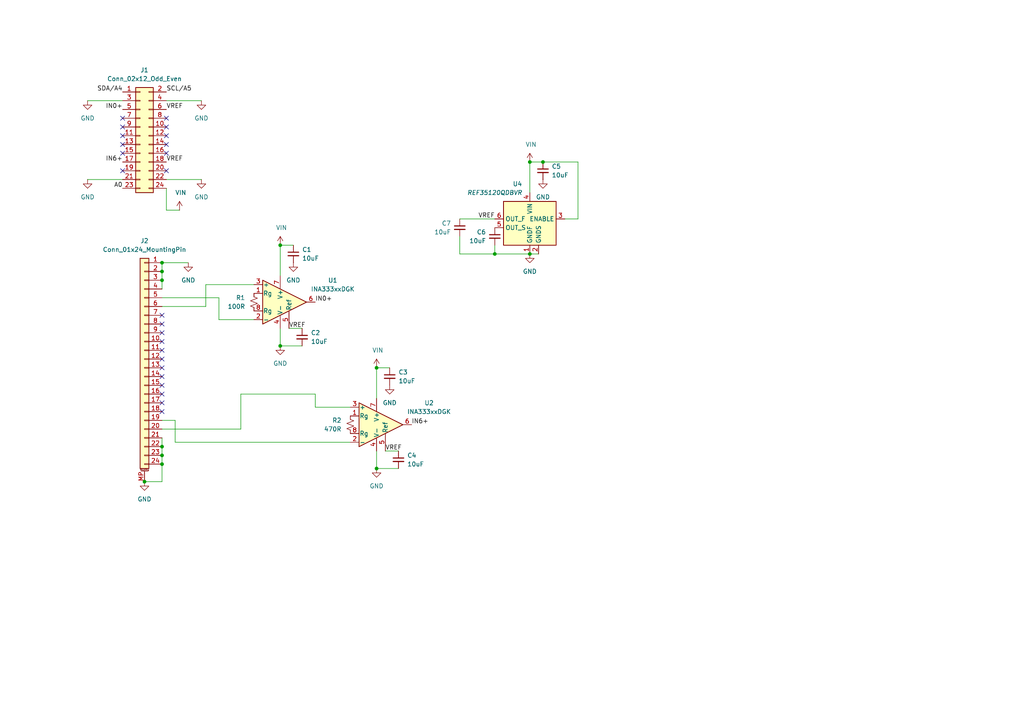
<source format=kicad_sch>
(kicad_sch (version 20240602) (generator "eeschema") (generator_version "8.99")
  (paper "A4")
  (lib_symbols
    (symbol "+5V_1" (power) (pin_numbers hide) (pin_names (offset 0) hide)
      (property "Value" "+5V" (at 0 3.556 0))
      (symbol "+5V_1_0_1"
        (polyline (pts (xy -0.762 1.27) (xy 0 2.54)))
        (polyline (pts (xy 0 2.54) (xy 0.762 1.27)))
        (polyline (pts (xy 0 0) (xy 0 2.54)))
      )
      (symbol "+5V_1_1_1"
        (pin power_in line (at 0 0 90) (length 0) (name "~") (number "1"))
      )
    )
    (symbol "Amplifier_Instrumentation:INA333xxDGK" (pin_names (offset 0.127))
      (property "Reference" "U" (at 3.81 3.175 0))
      (property "Value" "INA333xxDGK" (at 3.81 -3.175 0))
      (symbol "INA333xxDGK_0_1"
        (polyline (pts (xy 7.62 0) (xy -5.08 6.35) (xy -5.08 -6.35) (xy 7.62 0)) (stroke (width 0.254)) (fill (type background)))
      )
      (symbol "INA333xxDGK_1_1"
        (pin input line (at -7.62 5.08 0) (length 2.54) (name "+") (number "3"))
        (pin passive line (at -7.62 2.54 0) (length 2.54) (name "Rg") (number "1"))
        (pin passive line (at -7.62 -2.54 0) (length 2.54) (name "Rg") (number "8"))
        (pin input line (at -7.62 -5.08 0) (length 2.54) (name "-") (number "2"))
        (pin power_in line (at 0 7.62 270) (length 3.81) (name "V+") (number "7"))
        (pin power_in line (at 0 -7.62 90) (length 3.81) (name "V-") (number "4"))
        (pin input line (at 2.54 -7.62 90) (length 5.08) (name "Ref") (number "5"))
        (pin output line (at 10.16 0 180) (length 2.54) (name "~") (number "6"))
      )
    )
    (symbol "Connector_Generic:Conn_02x12_Odd_Even" (pin_names (offset 1.016) hide)
      (property "Reference" "J" (at 1.27 15.24 0))
      (property "Value" "Conn_02x12_Odd_Even" (at 1.27 -17.78 0))
      (symbol "Conn_02x12_Odd_Even_1_1"
        (rectangle (start -1.27 13.97) (end 3.81 -16.51) (stroke (width 0.254)) (fill (type background)))
        (rectangle (start -1.27 12.827) (end 0 12.573) (stroke (width 0.1524)))
        (rectangle (start -1.27 10.287) (end 0 10.033) (stroke (width 0.1524)))
        (rectangle (start -1.27 7.747) (end 0 7.493) (stroke (width 0.1524)))
        (rectangle (start -1.27 5.207) (end 0 4.953) (stroke (width 0.1524)))
        (rectangle (start -1.27 2.667) (end 0 2.413) (stroke (width 0.1524)))
        (rectangle (start -1.27 0.127) (end 0 -0.127) (stroke (width 0.1524)))
        (rectangle (start -1.27 -2.413) (end 0 -2.667) (stroke (width 0.1524)))
        (rectangle (start -1.27 -4.953) (end 0 -5.207) (stroke (width 0.1524)))
        (rectangle (start -1.27 -7.493) (end 0 -7.747) (stroke (width 0.1524)))
        (rectangle (start -1.27 -10.033) (end 0 -10.287) (stroke (width 0.1524)))
        (rectangle (start -1.27 -12.573) (end 0 -12.827) (stroke (width 0.1524)))
        (rectangle (start -1.27 -15.113) (end 0 -15.367) (stroke (width 0.1524)))
        (rectangle (start 3.81 12.827) (end 2.54 12.573) (stroke (width 0.1524)))
        (rectangle (start 3.81 10.287) (end 2.54 10.033) (stroke (width 0.1524)))
        (rectangle (start 3.81 7.747) (end 2.54 7.493) (stroke (width 0.1524)))
        (rectangle (start 3.81 5.207) (end 2.54 4.953) (stroke (width 0.1524)))
        (rectangle (start 3.81 2.667) (end 2.54 2.413) (stroke (width 0.1524)))
        (rectangle (start 3.81 0.127) (end 2.54 -0.127) (stroke (width 0.1524)))
        (rectangle (start 3.81 -2.413) (end 2.54 -2.667) (stroke (width 0.1524)))
        (rectangle (start 3.81 -4.953) (end 2.54 -5.207) (stroke (width 0.1524)))
        (rectangle (start 3.81 -7.493) (end 2.54 -7.747) (stroke (width 0.1524)))
        (rectangle (start 3.81 -10.033) (end 2.54 -10.287) (stroke (width 0.1524)))
        (rectangle (start 3.81 -12.573) (end 2.54 -12.827) (stroke (width 0.1524)))
        (rectangle (start 3.81 -15.113) (end 2.54 -15.367) (stroke (width 0.1524)))
        (pin passive line (at -5.08 12.7 0) (length 3.81) (name "Pin_1") (number "1"))
        (pin passive line (at -5.08 10.16 0) (length 3.81) (name "Pin_3") (number "3"))
        (pin passive line (at -5.08 7.62 0) (length 3.81) (name "Pin_5") (number "5"))
        (pin passive line (at -5.08 5.08 0) (length 3.81) (name "Pin_7") (number "7"))
        (pin passive line (at -5.08 2.54 0) (length 3.81) (name "Pin_9") (number "9"))
        (pin passive line (at -5.08 0 0) (length 3.81) (name "Pin_11") (number "11"))
        (pin passive line (at -5.08 -2.54 0) (length 3.81) (name "Pin_13") (number "13"))
        (pin passive line (at -5.08 -5.08 0) (length 3.81) (name "Pin_15") (number "15"))
        (pin passive line (at -5.08 -7.62 0) (length 3.81) (name "Pin_17") (number "17"))
        (pin passive line (at -5.08 -10.16 0) (length 3.81) (name "Pin_19") (number "19"))
        (pin passive line (at -5.08 -12.7 0) (length 3.81) (name "Pin_21") (number "21"))
        (pin passive line (at -5.08 -15.24 0) (length 3.81) (name "Pin_23") (number "23"))
        (pin passive line (at 7.62 12.7 180) (length 3.81) (name "Pin_2") (number "2"))
        (pin passive line (at 7.62 10.16 180) (length 3.81) (name "Pin_4") (number "4"))
        (pin passive line (at 7.62 7.62 180) (length 3.81) (name "Pin_6") (number "6"))
        (pin passive line (at 7.62 5.08 180) (length 3.81) (name "Pin_8") (number "8"))
        (pin passive line (at 7.62 2.54 180) (length 3.81) (name "Pin_10") (number "10"))
        (pin passive line (at 7.62 0 180) (length 3.81) (name "Pin_12") (number "12"))
        (pin passive line (at 7.62 -2.54 180) (length 3.81) (name "Pin_14") (number "14"))
        (pin passive line (at 7.62 -5.08 180) (length 3.81) (name "Pin_16") (number "16"))
        (pin passive line (at 7.62 -7.62 180) (length 3.81) (name "Pin_18") (number "18"))
        (pin passive line (at 7.62 -10.16 180) (length 3.81) (name "Pin_20") (number "20"))
        (pin passive line (at 7.62 -12.7 180) (length 3.81) (name "Pin_22") (number "22"))
        (pin passive line (at 7.62 -15.24 180) (length 3.81) (name "Pin_24") (number "24"))
      )
    )
    (symbol "Connector_Generic_MountingPin:Conn_01x24_MountingPin" (pin_names (offset 1.016) hide)
      (property "Reference" "J" (at 0 30.48 0))
      (property "Value" "Conn_01x24_MountingPin" (at 1.27 -33.02 0))
      (symbol "Conn_01x24_MountingPin_1_1"
        (rectangle (start -1.27 29.21) (end 1.27 -31.75) (stroke (width 0.254)) (fill (type background)))
        (rectangle (start -1.27 28.067) (end 0 27.813) (stroke (width 0.1524)))
        (rectangle (start -1.27 25.527) (end 0 25.273) (stroke (width 0.1524)))
        (rectangle (start -1.27 22.987) (end 0 22.733) (stroke (width 0.1524)))
        (rectangle (start -1.27 20.447) (end 0 20.193) (stroke (width 0.1524)))
        (rectangle (start -1.27 17.907) (end 0 17.653) (stroke (width 0.1524)))
        (rectangle (start -1.27 15.367) (end 0 15.113) (stroke (width 0.1524)))
        (rectangle (start -1.27 12.827) (end 0 12.573) (stroke (width 0.1524)))
        (rectangle (start -1.27 10.287) (end 0 10.033) (stroke (width 0.1524)))
        (rectangle (start -1.27 7.747) (end 0 7.493) (stroke (width 0.1524)))
        (rectangle (start -1.27 5.207) (end 0 4.953) (stroke (width 0.1524)))
        (rectangle (start -1.27 2.667) (end 0 2.413) (stroke (width 0.1524)))
        (rectangle (start -1.27 0.127) (end 0 -0.127) (stroke (width 0.1524)))
        (rectangle (start -1.27 -2.413) (end 0 -2.667) (stroke (width 0.1524)))
        (rectangle (start -1.27 -4.953) (end 0 -5.207) (stroke (width 0.1524)))
        (rectangle (start -1.27 -7.493) (end 0 -7.747) (stroke (width 0.1524)))
        (rectangle (start -1.27 -10.033) (end 0 -10.287) (stroke (width 0.1524)))
        (rectangle (start -1.27 -12.573) (end 0 -12.827) (stroke (width 0.1524)))
        (rectangle (start -1.27 -15.113) (end 0 -15.367) (stroke (width 0.1524)))
        (rectangle (start -1.27 -17.653) (end 0 -17.907) (stroke (width 0.1524)))
        (rectangle (start -1.27 -20.193) (end 0 -20.447) (stroke (width 0.1524)))
        (rectangle (start -1.27 -22.733) (end 0 -22.987) (stroke (width 0.1524)))
        (rectangle (start -1.27 -25.273) (end 0 -25.527) (stroke (width 0.1524)))
        (rectangle (start -1.27 -27.813) (end 0 -28.067) (stroke (width 0.1524)))
        (rectangle (start -1.27 -30.353) (end 0 -30.607) (stroke (width 0.1524)))
        (polyline (pts (xy -1.016 -32.512) (xy 1.016 -32.512)) (stroke (width 0.1524)))
        (text "Mounting" (at 0 -32.131 0) (effects (font (size 0.381 0.381))))
        (pin passive line (at -5.08 27.94 0) (length 3.81) (name "Pin_1") (number "1"))
        (pin passive line (at -5.08 25.4 0) (length 3.81) (name "Pin_2") (number "2"))
        (pin passive line (at -5.08 22.86 0) (length 3.81) (name "Pin_3") (number "3"))
        (pin passive line (at -5.08 20.32 0) (length 3.81) (name "Pin_4") (number "4"))
        (pin passive line (at -5.08 17.78 0) (length 3.81) (name "Pin_5") (number "5"))
        (pin passive line (at -5.08 15.24 0) (length 3.81) (name "Pin_6") (number "6"))
        (pin passive line (at -5.08 12.7 0) (length 3.81) (name "Pin_7") (number "7"))
        (pin passive line (at -5.08 10.16 0) (length 3.81) (name "Pin_8") (number "8"))
        (pin passive line (at -5.08 7.62 0) (length 3.81) (name "Pin_9") (number "9"))
        (pin passive line (at -5.08 5.08 0) (length 3.81) (name "Pin_10") (number "10"))
        (pin passive line (at -5.08 2.54 0) (length 3.81) (name "Pin_11") (number "11"))
        (pin passive line (at -5.08 0 0) (length 3.81) (name "Pin_12") (number "12"))
        (pin passive line (at -5.08 -2.54 0) (length 3.81) (name "Pin_13") (number "13"))
        (pin passive line (at -5.08 -5.08 0) (length 3.81) (name "Pin_14") (number "14"))
        (pin passive line (at -5.08 -7.62 0) (length 3.81) (name "Pin_15") (number "15"))
        (pin passive line (at -5.08 -10.16 0) (length 3.81) (name "Pin_16") (number "16"))
        (pin passive line (at -5.08 -12.7 0) (length 3.81) (name "Pin_17") (number "17"))
        (pin passive line (at -5.08 -15.24 0) (length 3.81) (name "Pin_18") (number "18"))
        (pin passive line (at -5.08 -17.78 0) (length 3.81) (name "Pin_19") (number "19"))
        (pin passive line (at -5.08 -20.32 0) (length 3.81) (name "Pin_20") (number "20"))
        (pin passive line (at -5.08 -22.86 0) (length 3.81) (name "Pin_21") (number "21"))
        (pin passive line (at -5.08 -25.4 0) (length 3.81) (name "Pin_22") (number "22"))
        (pin passive line (at -5.08 -27.94 0) (length 3.81) (name "Pin_23") (number "23"))
        (pin passive line (at -5.08 -30.48 0) (length 3.81) (name "Pin_24") (number "24"))
        (pin passive line (at 0 -35.56 90) (length 3.048) (name "MountPin") (number "MP"))
      )
    )
    (symbol "Device:C_Small" (pin_numbers hide) (pin_names (offset 0.254) hide)
      (property "Reference" "C" (at 0.254 1.778 0))
      (property "Value" "C_Small" (at 0.254 -2.032 0))
      (symbol "C_Small_0_1"
        (polyline (pts (xy -1.524 0.508) (xy 1.524 0.508)) (stroke (width 0.3048)))
        (polyline (pts (xy -1.524 -0.508) (xy 1.524 -0.508)) (stroke (width 0.3302)))
      )
      (symbol "C_Small_1_1"
        (pin passive line (at 0 2.54 270) (length 2.032) (name "~") (number "1"))
        (pin passive line (at 0 -2.54 90) (length 2.032) (name "~") (number "2"))
      )
    )
    (symbol "Device:R_Small_US" (pin_numbers hide) (pin_names (offset 0.254) hide)
      (property "Reference" "R" (at 0.762 0.508 0))
      (property "Value" "R_Small_US" (at 0.762 -1.016 0))
      (symbol "R_Small_US_1_1"
        (polyline (pts (xy 0 1.524) (xy 1.016 1.143) (xy 0 0.762) (xy -1.016 0.381) (xy 0 0)))
        (polyline (pts (xy 0 0) (xy 1.016 -0.381) (xy 0 -0.762) (xy -1.016 -1.143) (xy 0 -1.524)))
        (pin passive line (at 0 2.54 270) (length 1.016) (name "~") (number "1"))
        (pin passive line (at 0 -2.54 90) (length 1.016) (name "~") (number "2"))
      )
    )
    (symbol "GND_1" (power) (pin_numbers hide) (pin_names (offset 0) hide)
      (property "Value" "GND" (at 0 -3.81 0))
      (symbol "GND_1_0_1"
        (polyline (pts (xy 0 0) (xy 0 -1.27) (xy 1.27 -1.27) (xy 0 -2.54) (xy -1.27 -1.27) (xy 0 -1.27)))
      )
      (symbol "GND_1_1_1"
        (pin power_in line (at 0 0 270) (length 0) (name "~") (number "1"))
      )
    )
    (symbol "Reference_Voltage:REF3212AMDBVREP"
      (property "Reference" "U" (at 1.27 8.89 0))
      (property "Value" "REF3212AMDBVREP" (at 1.27 6.35 0))
      (symbol "REF3212AMDBVREP_0_1"
        (rectangle (start -7.62 5.08) (end 7.62 -7.62) (stroke (width 0.254)) (fill (type background)))
      )
      (symbol "REF3212AMDBVREP_1_1"
        (pin input line (at -10.16 0 0) (length 2.54) (name "ENABLE") (number "3"))
        (pin input line (at -2.54 -10.16 90) (length 2.54) (name "GNDS") (number "2"))
        (pin power_in line (at 0 7.62 270) (length 2.54) (name "VIN") (number "4"))
        (pin power_in line (at 0 -10.16 90) (length 2.54) (name "GNDF") (number "1"))
        (pin output line (at 10.16 0 180) (length 2.54) (name "OUT_F") (number "6"))
        (pin input line (at 10.16 -2.54 180) (length 2.54) (name "OUT_S") (number "5"))
      )
    )
    (symbol "power:GND" (power) (pin_numbers hide) (pin_names (offset 0) hide)
      (property "Value" "GND" (at 0 -3.81 0))
      (symbol "GND_0_1"
        (polyline (pts (xy 0 0) (xy 0 -1.27) (xy 1.27 -1.27) (xy 0 -2.54) (xy -1.27 -1.27) (xy 0 -1.27)))
      )
      (symbol "GND_1_1"
        (pin power_in line (at 0 0 270) (length 0) (name "~") (number "1"))
      )
    )
  )
  (junction (at 46.99 134.62))
  (junction (at 81.28 100.33))
  (junction (at 109.22 135.89))
  (junction (at 46.99 78.74))
  (junction (at 46.99 76.2))
  (junction (at 157.48 46.99))
  (junction (at 46.99 81.28))
  (junction (at 143.51 73.66))
  (junction (at 153.67 73.66))
  (junction (at 46.99 132.08))
  (junction (at 46.99 129.54))
  (junction (at 153.67 46.99))
  (junction (at 41.91 139.7))
  (junction (at 109.22 106.68))
  (junction (at 81.28 71.12))
  (no_connect (at 46.99 104.14))
  (no_connect (at 46.99 116.84))
  (no_connect (at 46.99 93.98))
  (no_connect (at 48.26 39.37))
  (no_connect (at 46.99 111.76))
  (no_connect (at 46.99 109.22))
  (no_connect (at 48.26 49.53))
  (no_connect (at 46.99 106.68))
  (no_connect (at 35.56 34.29))
  (no_connect (at 35.56 44.45))
  (no_connect (at 46.99 99.06))
  (no_connect (at 35.56 49.53))
  (no_connect (at 35.56 41.91))
  (no_connect (at 48.26 44.45))
  (no_connect (at 48.26 36.83))
  (no_connect (at 46.99 119.38))
  (no_connect (at 35.56 39.37))
  (no_connect (at 46.99 101.6))
  (no_connect (at 46.99 91.44))
  (no_connect (at 46.99 96.52))
  (no_connect (at 46.99 114.3))
  (no_connect (at 48.26 41.91))
  (no_connect (at 35.56 36.83))
  (no_connect (at 48.26 34.29))
  (wire (pts (xy 48.26 52.07) (xy 58.42 52.07)))
  (wire (pts (xy 50.8 128.27) (xy 50.8 121.92)))
  (wire (pts (xy 35.56 29.21) (xy 25.4 29.21)))
  (wire (pts (xy 133.35 63.5) (xy 143.51 63.5)))
  (wire (pts (xy 167.64 46.99) (xy 167.64 63.5)))
  (wire (pts (xy 69.85 114.3) (xy 91.44 114.3)))
  (wire (pts (xy 59.69 82.55) (xy 59.69 88.9)))
  (wire (pts (xy 46.99 76.2) (xy 46.99 78.74)))
  (wire (pts (xy 167.64 63.5) (xy 163.83 63.5)))
  (wire (pts (xy 91.44 118.11) (xy 101.6 118.11)))
  (wire (pts (xy 35.56 52.07) (xy 25.4 52.07)))
  (wire (pts (xy 63.5 86.36) (xy 63.5 92.71)))
  (wire (pts (xy 46.99 139.7) (xy 46.99 134.62)))
  (wire (pts (xy 143.51 71.12) (xy 143.51 73.66)))
  (wire (pts (xy 48.26 60.96) (xy 48.26 54.61)))
  (wire (pts (xy 48.26 29.21) (xy 58.42 29.21)))
  (wire (pts (xy 52.07 60.96) (xy 48.26 60.96)))
  (wire (pts (xy 143.51 73.66) (xy 133.35 73.66)))
  (wire (pts (xy 81.28 71.12) (xy 81.28 80.01)))
  (wire (pts (xy 153.67 46.99) (xy 153.67 55.88)))
  (wire (pts (xy 109.22 135.89) (xy 109.22 130.81)))
  (wire (pts (xy 46.99 76.2) (xy 54.61 76.2)))
  (wire (pts (xy 81.28 100.33) (xy 87.63 100.33)))
  (wire (pts (xy 50.8 128.27) (xy 101.6 128.27)))
  (wire (pts (xy 46.99 81.28) (xy 46.99 83.82)))
  (wire (pts (xy 109.22 106.68) (xy 113.03 106.68)))
  (wire (pts (xy 91.44 114.3) (xy 91.44 118.11)))
  (wire (pts (xy 157.48 46.99) (xy 167.64 46.99)))
  (wire (pts (xy 41.91 139.7) (xy 46.99 139.7)))
  (wire (pts (xy 133.35 73.66) (xy 133.35 68.58)))
  (wire (pts (xy 111.76 130.81) (xy 115.57 130.81)))
  (wire (pts (xy 69.85 124.46) (xy 69.85 114.3)))
  (wire (pts (xy 46.99 132.08) (xy 46.99 129.54)))
  (wire (pts (xy 109.22 106.68) (xy 109.22 115.57)))
  (wire (pts (xy 83.82 95.25) (xy 87.63 95.25)))
  (wire (pts (xy 46.99 86.36) (xy 63.5 86.36)))
  (wire (pts (xy 59.69 88.9) (xy 46.99 88.9)))
  (wire (pts (xy 59.69 82.55) (xy 73.66 82.55)))
  (wire (pts (xy 153.67 73.66) (xy 156.21 73.66)))
  (wire (pts (xy 81.28 100.33) (xy 81.28 95.25)))
  (wire (pts (xy 143.51 73.66) (xy 153.67 73.66)))
  (wire (pts (xy 153.67 46.99) (xy 157.48 46.99)))
  (wire (pts (xy 109.22 135.89) (xy 115.57 135.89)))
  (wire (pts (xy 50.8 121.92) (xy 46.99 121.92)))
  (wire (pts (xy 46.99 129.54) (xy 46.99 127)))
  (wire (pts (xy 63.5 92.71) (xy 73.66 92.71)))
  (wire (pts (xy 81.28 71.12) (xy 85.09 71.12)))
  (wire (pts (xy 46.99 124.46) (xy 69.85 124.46)))
  (wire (pts (xy 46.99 134.62) (xy 46.99 132.08)))
  (wire (pts (xy 46.99 78.74) (xy 46.99 81.28)))
  (label "IN0+" (at 35.56 31.75 180))
  (label "VREF" (at 83.82 95.25 0))
  (label "VREF" (at 48.26 31.75 0))
  (label "VREF" (at 48.26 46.99 0))
  (label "IN0+" (at 91.44 87.63 0))
  (label "SCL{slash}A5" (at 48.26 26.67 0))
  (label "SDA{slash}A4" (at 35.56 26.67 180))
  (label "IN6+" (at 119.38 123.19 0))
  (label "IN6+" (at 35.56 46.99 180))
  (label "VREF" (at 111.76 130.81 0))
  (label "VREF" (at 143.51 63.5 180))
  (label "A0" (at 35.56 54.61 180))
  (symbol (lib_id "Connector_Generic:Conn_02x12_Odd_Even") (at 40.64 39.37 0) (unit 1)
    (property "Reference" "J1" (at 41.91 20.32 0))
    (property "Value" "Conn_02x12_Odd_Even" (at 41.91 22.86 0))
    (property "Footprint" "Connector_PinHeader_2.54mm:PinHeader_2x12_P2.54mm_Horizontal" (effects (hide yes)))
    (property "Description" "Generic connector, double row, 02x12, odd/even pin numbering scheme (row 1 odd numbers, row 2 even numbers), script generated (kicad-library-utils/schlib/autogen/connector/)" (effects (hide yes)))
    (property "LCSC" "C5383094" (effects (hide yes)))
  )
  (symbol (lib_name "GND_1") (lib_id "power:GND") (at 41.91 139.7 0) (unit 1)
    (property "Reference" "#PWR06" (effects (hide yes)))
    (property "Value" "GND" (at 41.91 144.78 0))
    (property "Description" "Power symbol creates a global label with name \"GND\" , ground" (effects (hide yes)))
  )
  (symbol (lib_id "Connector_Generic_MountingPin:Conn_01x24_MountingPin") (at 41.91 104.14 0) (mirror y) (unit 1)
    (property "Reference" "J2" (at 41.91 69.85 0))
    (property "Value" "Conn_01x24_MountingPin" (at 41.91 72.39 0))
    (property "Footprint" "hlord2000-Connector_FFC-FPC:0.5K-AS-24PWB_1x24-1MP_P0.5mm_Horizontal" (effects (hide yes)))
    (property "Description" "Generic connectable mounting pin connector, single row, 01x24, script generated (kicad-library-utils/schlib/autogen/connector/)" (effects (hide yes)))
  )
  (symbol (lib_id "Device:R_Small_US") (at 101.6 123.19 0) (unit 1)
    (property "Reference" "R2" (at 99.06 121.9199 0) (effects (justify right)))
    (property "Value" "470R" (at 99.06 124.4599 0) (effects (justify right)))
    (property "Footprint" "Resistor_SMD:R_0603_1608Metric" (effects (hide yes)))
    (property "Description" "Resistor, small US symbol" (effects (hide yes)))
    (property "LCSC" "C23179" (effects (hide yes)))
  )
  (symbol (lib_name "GND_1") (lib_id "power:GND") (at 25.4 29.21 0) (mirror y) (unit 1)
    (property "Reference" "#PWR01" (effects (hide yes)))
    (property "Value" "GND" (at 25.4 34.29 0))
    (property "Description" "Power symbol creates a global label with name \"GND\" , ground" (effects (hide yes)))
  )
  (symbol (lib_name "GND_1") (lib_id "power:GND") (at 54.61 76.2 0) (unit 1)
    (property "Reference" "#PWR07" (effects (hide yes)))
    (property "Value" "GND" (at 54.61 81.28 0))
    (property "Description" "Power symbol creates a global label with name \"GND\" , ground" (effects (hide yes)))
  )
  (symbol (lib_id "Amplifier_Instrumentation:INA333xxDGK") (at 109.22 123.19 0) (unit 1)
    (property "Reference" "U2" (at 124.46 116.8714 0))
    (property "Value" "INA333xxDGK" (at 124.46 119.4114 0))
    (property "Footprint" "Package_SO:VSSOP-8_3x3mm_P0.65mm" (effects (hide yes)))
    (property "Datasheet" "https://www.ti.com/lit/ds/symlink/ina333.pdf" (effects (hide yes)))
    (property "Description" "Zero Drift, Micropower Instrumentation Amplifier G = 1 + 100kOhm/Rg, VSSOP-8" (effects (hide yes)))
    (property "LCSC" "C19450" (effects (hide yes)))
  )
  (symbol (lib_id "Device:R_Small_US") (at 73.66 87.63 0) (unit 1)
    (property "Reference" "R1" (at 71.12 86.3599 0) (effects (justify right)))
    (property "Value" "100R" (at 71.12 88.8999 0) (effects (justify right)))
    (property "Footprint" "Resistor_SMD:R_1206_3216Metric" (effects (hide yes)))
    (property "Description" "Resistor, small US symbol" (effects (hide yes)))
    (property "LCSC" "C17901" (effects (hide yes)))
  )
  (symbol (lib_name "GND_1") (lib_id "power:GND") (at 58.42 29.21 0) (unit 1)
    (property "Reference" "#PWR02" (effects (hide yes)))
    (property "Value" "GND" (at 58.42 34.29 0))
    (property "Description" "Power symbol creates a global label with name \"GND\" , ground" (effects (hide yes)))
  )
  (symbol (lib_id "Reference_Voltage:REF3212AMDBVREP") (at 153.67 63.5 0) (mirror y) (unit 1)
    (property "Reference" "U4" (at 151.4759 53.34 0) (effects (justify left)))
    (property "Value" "REF35120QDBVR" (at 151.4759 55.88 0) (effects (font (italic yes)) (justify left)))
    (property "Footprint" "Package_TO_SOT_SMD:SOT-23-6" (effects (hide yes)))
    (property "Datasheet" "http://www.ti.com/lit/ds/symlink/ref3240-ep.pdf" (effects (hide yes)))
    (property "Description" "1.25V 100μA Micropower Precision Voltage Reference, SOT-23-6" (effects (hide yes)))
    (property "LCSC" "C5722646" (effects (hide yes)))
  )
  (symbol (lib_id "Device:C_Small") (at 85.09 73.66 0) (unit 1)
    (property "Reference" "C1" (at 87.63 72.3962 0) (effects (justify left)))
    (property "Value" "10uF" (at 87.63 74.9362 0) (effects (justify left)))
    (property "Footprint" "Capacitor_SMD:C_0603_1608Metric" (effects (hide yes)))
    (property "Description" "Unpolarized capacitor, small symbol" (effects (hide yes)))
    (property "LCSC" "C96446" (effects (hide yes)))
  )
  (symbol (lib_id "power:GND") (at 85.09 76.2 0) (unit 1)
    (property "Reference" "#PWR010" (effects (hide yes)))
    (property "Value" "GND" (at 85.09 81.28 0))
    (property "Description" "Power symbol creates a global label with name \"GND\" , ground" (effects (hide yes)))
  )
  (symbol (lib_name "+5V_1") (lib_id "power:+5V") (at 81.28 71.12 0) (unit 1)
    (property "Reference" "#PWR09" (effects (hide yes)))
    (property "Value" "VIN" (at 80.01 66.04 0) (effects (justify left)))
    (property "Description" "Power symbol creates a global label with name \"+5V\"" (effects (hide yes)))
  )
  (symbol (lib_id "Device:C_Small") (at 87.63 97.79 0) (unit 1)
    (property "Reference" "C2" (at 90.17 96.5262 0) (effects (justify left)))
    (property "Value" "10uF" (at 90.17 99.0662 0) (effects (justify left)))
    (property "Footprint" "Capacitor_SMD:C_0603_1608Metric" (effects (hide yes)))
    (property "Description" "Unpolarized capacitor, small symbol" (effects (hide yes)))
    (property "LCSC" "C96446" (effects (hide yes)))
  )
  (symbol (lib_id "power:GND") (at 153.67 73.66 0) (unit 1)
    (property "Reference" "#PWR014" (effects (hide yes)))
    (property "Value" "GND" (at 153.67 78.74 0))
    (property "Description" "Power symbol creates a global label with name \"GND\" , ground" (effects (hide yes)))
  )
  (symbol (lib_id "Device:C_Small") (at 113.03 109.22 0) (unit 1)
    (property "Reference" "C3" (at 115.57 107.9562 0) (effects (justify left)))
    (property "Value" "10uF" (at 115.57 110.4962 0) (effects (justify left)))
    (property "Footprint" "Capacitor_SMD:C_0603_1608Metric" (effects (hide yes)))
    (property "Description" "Unpolarized capacitor, small symbol" (effects (hide yes)))
    (property "LCSC" "C96446" (effects (hide yes)))
  )
  (symbol (lib_id "power:GND") (at 81.28 100.33 0) (unit 1)
    (property "Reference" "#PWR08" (effects (hide yes)))
    (property "Value" "GND" (at 81.28 105.41 0))
    (property "Description" "Power symbol creates a global label with name \"GND\" , ground" (effects (hide yes)))
  )
  (symbol (lib_id "Device:C_Small") (at 133.35 66.04 0) (mirror y) (unit 1)
    (property "Reference" "C7" (at 130.81 64.7762 0) (effects (justify left)))
    (property "Value" "10uF" (at 130.81 67.3162 0) (effects (justify left)))
    (property "Footprint" "Capacitor_SMD:C_0603_1608Metric" (effects (hide yes)))
    (property "Description" "Unpolarized capacitor, small symbol" (effects (hide yes)))
    (property "LCSC" "C96446" (effects (hide yes)))
  )
  (symbol (lib_id "power:GND") (at 157.48 52.07 0) (unit 1)
    (property "Reference" "#PWR016" (effects (hide yes)))
    (property "Value" "GND" (at 157.48 57.15 0))
    (property "Description" "Power symbol creates a global label with name \"GND\" , ground" (effects (hide yes)))
  )
  (symbol (lib_id "power:GND") (at 109.22 135.89 0) (unit 1)
    (property "Reference" "#PWR013" (effects (hide yes)))
    (property "Value" "GND" (at 109.22 140.97 0))
    (property "Description" "Power symbol creates a global label with name \"GND\" , ground" (effects (hide yes)))
  )
  (symbol (lib_id "power:GND") (at 113.03 111.76 0) (unit 1)
    (property "Reference" "#PWR012" (effects (hide yes)))
    (property "Value" "GND" (at 113.03 116.84 0))
    (property "Description" "Power symbol creates a global label with name \"GND\" , ground" (effects (hide yes)))
  )
  (symbol (lib_name "+5V_1") (lib_id "power:+5V") (at 109.22 106.68 0) (unit 1)
    (property "Reference" "#PWR011" (effects (hide yes)))
    (property "Value" "VIN" (at 107.95 101.6 0) (effects (justify left)))
    (property "Description" "Power symbol creates a global label with name \"+5V\"" (effects (hide yes)))
  )
  (symbol (lib_name "+5V_1") (lib_id "power:+5V") (at 52.07 60.96 0) (unit 1)
    (property "Reference" "#PWR05" (effects (hide yes)))
    (property "Value" "VIN" (at 50.8 55.88 0) (effects (justify left)))
    (property "Description" "Power symbol creates a global label with name \"+5V\"" (effects (hide yes)))
  )
  (symbol (lib_id "Device:C_Small") (at 115.57 133.35 0) (unit 1)
    (property "Reference" "C4" (at 118.11 132.0862 0) (effects (justify left)))
    (property "Value" "10uF" (at 118.11 134.6262 0) (effects (justify left)))
    (property "Footprint" "Capacitor_SMD:C_0603_1608Metric" (effects (hide yes)))
    (property "Description" "Unpolarized capacitor, small symbol" (effects (hide yes)))
    (property "LCSC" "C96446" (effects (hide yes)))
  )
  (symbol (lib_name "GND_1") (lib_id "power:GND") (at 58.42 52.07 0) (unit 1)
    (property "Reference" "#PWR04" (effects (hide yes)))
    (property "Value" "GND" (at 58.42 57.15 0))
    (property "Description" "Power symbol creates a global label with name \"GND\" , ground" (effects (hide yes)))
  )
  (symbol (lib_id "Device:C_Small") (at 157.48 49.53 0) (unit 1)
    (property "Reference" "C5" (at 160.02 48.2662 0) (effects (justify left)))
    (property "Value" "10uF" (at 160.02 50.8062 0) (effects (justify left)))
    (property "Footprint" "Capacitor_SMD:C_0603_1608Metric" (effects (hide yes)))
    (property "Description" "Unpolarized capacitor, small symbol" (effects (hide yes)))
    (property "LCSC" "C96446" (effects (hide yes)))
  )
  (symbol (lib_name "GND_1") (lib_id "power:GND") (at 25.4 52.07 0) (mirror y) (unit 1)
    (property "Reference" "#PWR03" (effects (hide yes)))
    (property "Value" "GND" (at 25.4 57.15 0))
    (property "Description" "Power symbol creates a global label with name \"GND\" , ground" (effects (hide yes)))
  )
  (symbol (lib_id "Amplifier_Instrumentation:INA333xxDGK") (at 81.28 87.63 0) (unit 1)
    (property "Reference" "U1" (at 96.52 81.3114 0))
    (property "Value" "INA333xxDGK" (at 96.52 83.8514 0))
    (property "Footprint" "Package_SO:VSSOP-8_3x3mm_P0.65mm" (effects (hide yes)))
    (property "Datasheet" "https://www.ti.com/lit/ds/symlink/ina333.pdf" (effects (hide yes)))
    (property "Description" "Zero Drift, Micropower Instrumentation Amplifier G = 1 + 100kOhm/Rg, VSSOP-8" (effects (hide yes)))
    (property "LCSC" "C19450" (effects (hide yes)))
  )
  (symbol (lib_name "+5V_1") (lib_id "power:+5V") (at 153.67 46.99 0) (unit 1)
    (property "Reference" "#PWR015" (effects (hide yes)))
    (property "Value" "VIN" (at 152.4 41.91 0) (effects (justify left)))
    (property "Description" "Power symbol creates a global label with name \"+5V\"" (effects (hide yes)))
  )
  (symbol (lib_id "Device:C_Small") (at 143.51 68.58 0) (mirror y) (unit 1)
    (property "Reference" "C6" (at 140.97 67.3162 0) (effects (justify left)))
    (property "Value" "10uF" (at 140.97 69.8562 0) (effects (justify left)))
    (property "Footprint" "Capacitor_SMD:C_0603_1608Metric" (effects (hide yes)))
    (property "Description" "Unpolarized capacitor, small symbol" (effects (hide yes)))
    (property "LCSC" "C96446" (effects (hide yes)))
  )
)
</source>
